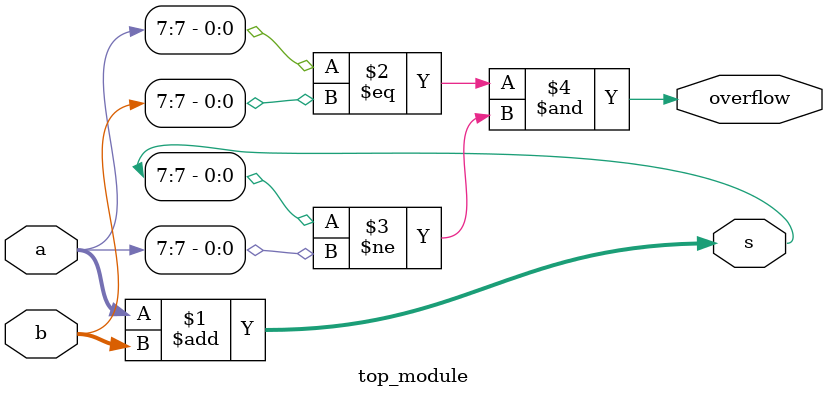
<source format=v>

module top_module (
    input [7:0] a,
    input [7:0] b,
    output [7:0] s,
    output overflow
); //
 
    assign s = (a+b);
    assign overflow = ((a[7]==b[7]) & (s[7] != a[7])); 

endmodule

</source>
